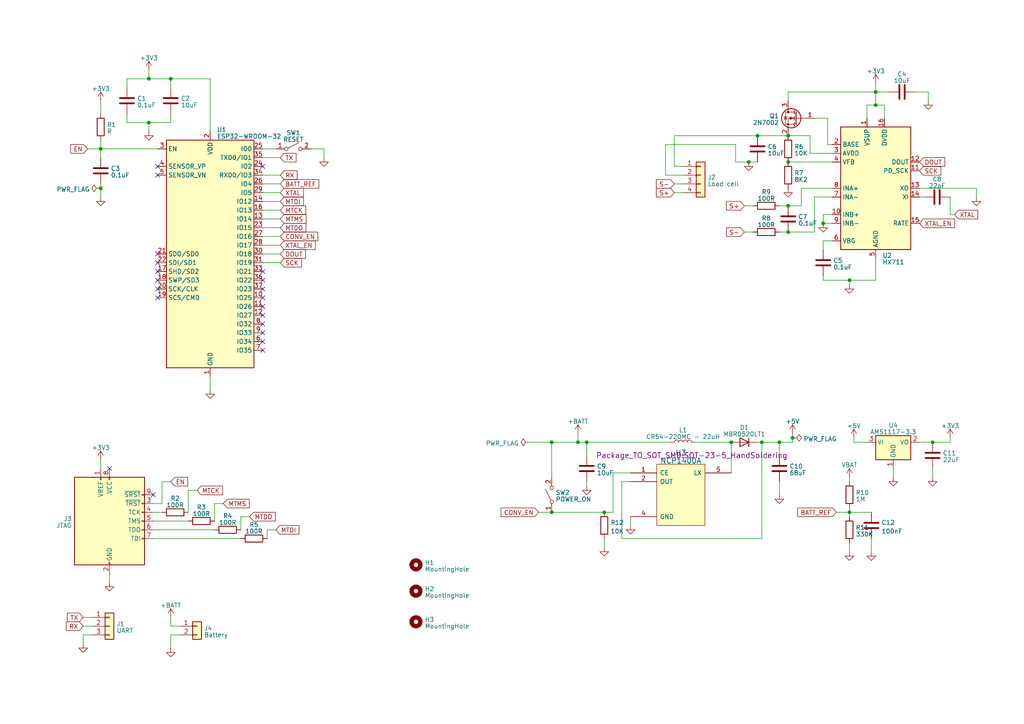
<source format=kicad_sch>
(kicad_sch (version 20230121) (generator eeschema)
  (paper "A4")
  (title_block (title "Electronic hangboard") (date "2023-05-30") (rev "1"))
  (lib_symbols
    (symbol "Analog_ADC:HX711"
      (property "Reference" "U" (at 5.08 21.59 0))
      (property "Value" "HX711" (at 7.62 19.05 0))
      (symbol "HX711_0_1"
        (rectangle (start -10.16 17.78) (end 10.16 -17.78) (stroke (width 0.254)) (fill (type background)))
      )
      (symbol "HX711_1_1"
        (pin power_in line (at -2.54 20.32 270) (length 2.54) (name "VSUP") (number "1"))
        (pin input line (at -12.7 -7.62 0) (length 2.54) (name "INB+") (number "10"))
        (pin input line (at 12.7 5.08 180) (length 2.54) (name "PD_SCK") (number "11"))
        (pin output line (at 12.7 7.62 180) (length 2.54) (name "DOUT") (number "12"))
        (pin passive line (at 12.7 0 180) (length 2.54) (name "XO") (number "13"))
        (pin passive line (at 12.7 -2.54 180) (length 2.54) (name "XI") (number "14"))
        (pin input line (at 12.7 -10.16 180) (length 2.54) (name "RATE") (number "15"))
        (pin power_in line (at 2.54 20.32 270) (length 2.54) (name "DVDD") (number "16"))
        (pin passive line (at -12.7 12.7 0) (length 2.54) (name "BASE") (number "2"))
        (pin power_in line (at -12.7 10.16 0) (length 2.54) (name "AVDD") (number "3"))
        (pin input line (at -12.7 7.62 0) (length 2.54) (name "VFB") (number "4"))
        (pin power_in line (at 0 -20.32 90) (length 2.54) (name "AGND") (number "5"))
        (pin passive line (at -12.7 -15.24 0) (length 2.54) (name "VBG") (number "6"))
        (pin input line (at -12.7 -2.54 0) (length 2.54) (name "INA-") (number "7"))
        (pin input line (at -12.7 0 0) (length 2.54) (name "INA+") (number "8"))
        (pin input line (at -12.7 -10.16 0) (length 2.54) (name "INB-") (number "9"))
      )
    )
    (symbol "Connector:AVR-JTAG-10" (pin_names (offset 1.016))
      (property "Reference" "J3" (at -10.922 0.6437 0))
      (property "Value" "JTAG" (at -10.922 -1.2773 0))
      (symbol "AVR-JTAG-10_0_1"
        (rectangle (start -2.667 12.7) (end -2.413 11.938))
        (rectangle (start -0.127 -11.938) (end 0.127 -12.7))
        (rectangle (start -0.127 12.7) (end 0.127 11.938))
        (rectangle (start 10.16 -4.953) (end 9.398 -5.207))
        (rectangle (start 10.16 -2.413) (end 9.398 -2.667))
        (rectangle (start 10.16 0.127) (end 9.398 -0.127))
        (rectangle (start 10.16 2.667) (end 9.398 2.413))
        (rectangle (start 10.16 5.207) (end 9.398 4.953))
        (rectangle (start 10.16 7.747) (end 9.398 7.493))
        (rectangle (start 10.16 12.7) (end -10.16 -12.7) (stroke (width 0.254)) (fill (type background)))
      )
      (symbol "AVR-JTAG-10_1_1"
        (pin passive line (at -2.54 15.24 270) (length 2.54) (name "VREF") (number "1"))
        (pin passive line (at 0 -15.24 90) (length 2.54) hide (name "GND") (number "10"))
        (pin passive line (at 0 -15.24 90) (length 2.54) (name "GND") (number "2"))
        (pin passive line (at 12.7 5.08 180) (length 2.54) (name "~{TRST}") (number "3"))
        (pin passive line (at 12.7 2.54 180) (length 2.54) (name "TCK") (number "4"))
        (pin passive line (at 12.7 0 180) (length 2.54) (name "TMS") (number "5"))
        (pin passive line (at 12.7 -2.54 180) (length 2.54) (name "TDO") (number "6"))
        (pin passive line (at 12.7 -5.08 180) (length 2.54) (name "TDI") (number "7"))
        (pin passive line (at 0 15.24 270) (length 2.54) (name "VCC") (number "8"))
        (pin passive line (at 12.7 7.62 180) (length 2.54) (name "~{SRST}") (number "9"))
      )
    )
    (symbol "Connector_Generic:Conn_01x02" (pin_names (offset 1.016) hide)
      (property "Reference" "J" (at 0 2.54 0))
      (property "Value" "Conn_01x02" (at 0 -5.08 0))
      (symbol "Conn_01x02_1_1"
        (rectangle (start -1.27 -2.413) (end 0 -2.667) (stroke (width 0.1524)))
        (rectangle (start -1.27 0.127) (end 0 -0.127) (stroke (width 0.1524)))
        (rectangle (start -1.27 1.27) (end 1.27 -3.81) (stroke (width 0.254)) (fill (type background)))
        (pin passive line (at -5.08 0 0) (length 3.81) (name "Pin_1") (number "1"))
        (pin passive line (at -5.08 -2.54 0) (length 3.81) (name "Pin_2") (number "2"))
      )
    )
    (symbol "Connector_Generic:Conn_01x03" (pin_names (offset 1.016) hide)
      (property "Reference" "J" (at 0 5.08 0))
      (property "Value" "Conn_01x03" (at 0 -5.08 0))
      (symbol "Conn_01x03_1_1"
        (rectangle (start -1.27 -2.413) (end 0 -2.667) (stroke (width 0.1524)))
        (rectangle (start -1.27 0.127) (end 0 -0.127) (stroke (width 0.1524)))
        (rectangle (start -1.27 2.667) (end 0 2.413) (stroke (width 0.1524)))
        (rectangle (start -1.27 3.81) (end 1.27 -3.81) (stroke (width 0.254)) (fill (type background)))
        (pin passive line (at -5.08 2.54 0) (length 3.81) (name "Pin_1") (number "1"))
        (pin passive line (at -5.08 0 0) (length 3.81) (name "Pin_2") (number "2"))
        (pin passive line (at -5.08 -2.54 0) (length 3.81) (name "Pin_3") (number "3"))
      )
    )
    (symbol "Connector_Generic:Conn_01x04" (pin_names (offset 1.016) hide)
      (property "Reference" "J" (at 0 5.08 0))
      (property "Value" "Conn_01x04" (at 0 -7.62 0))
      (symbol "Conn_01x04_1_1"
        (rectangle (start -1.27 -4.953) (end 0 -5.207) (stroke (width 0.1524)))
        (rectangle (start -1.27 -2.413) (end 0 -2.667) (stroke (width 0.1524)))
        (rectangle (start -1.27 0.127) (end 0 -0.127) (stroke (width 0.1524)))
        (rectangle (start -1.27 2.667) (end 0 2.413) (stroke (width 0.1524)))
        (rectangle (start -1.27 3.81) (end 1.27 -6.35) (stroke (width 0.254)) (fill (type background)))
        (pin passive line (at -5.08 2.54 0) (length 3.81) (name "Pin_1") (number "1"))
        (pin passive line (at -5.08 0 0) (length 3.81) (name "Pin_2") (number "2"))
        (pin passive line (at -5.08 -2.54 0) (length 3.81) (name "Pin_3") (number "3"))
        (pin passive line (at -5.08 -5.08 0) (length 3.81) (name "Pin_4") (number "4"))
      )
    )
    (symbol "Device:C" (pin_numbers hide) (pin_names (offset 0.254))
      (property "Reference" "C" (at 0.635 2.54 0))
      (property "Value" "C" (at 0.635 -2.54 0))
      (symbol "C_0_1"
        (polyline (pts (xy -2.032 -0.762) (xy 2.032 -0.762)) (stroke (width 0.508)))
        (polyline (pts (xy -2.032 0.762) (xy 2.032 0.762)) (stroke (width 0.508)))
      )
      (symbol "C_1_1"
        (pin passive line (at 0 3.81 270) (length 2.794) (name "~") (number "1"))
        (pin passive line (at 0 -3.81 90) (length 2.794) (name "~") (number "2"))
      )
    )
    (symbol "Device:D" (pin_numbers hide) (pin_names (offset 1.016) hide)
      (property "Reference" "D" (at 0 2.54 0))
      (property "Value" "D" (at 0 -2.54 0))
      (symbol "D_0_1"
        (polyline (pts (xy -1.27 1.27) (xy -1.27 -1.27)) (stroke (width 0.254)))
        (polyline (pts (xy 1.27 0) (xy -1.27 0)))
        (polyline (pts (xy 1.27 1.27) (xy 1.27 -1.27) (xy -1.27 0) (xy 1.27 1.27)) (stroke (width 0.254)))
      )
      (symbol "D_1_1"
        (pin passive line (at -3.81 0 0) (length 2.54) (name "K") (number "1"))
        (pin passive line (at 3.81 0 180) (length 2.54) (name "A") (number "2"))
      )
    )
    (symbol "Device:L" (pin_numbers hide) (pin_names (offset 1.016) hide)
      (property "Reference" "L" (at -1.27 0 90))
      (property "Value" "L" (at 1.905 0 90))
      (symbol "L_0_1"
        (arc (start 0 -2.54) (mid 0.6323 -1.905) (end 0 -1.27))
        (arc (start 0 -1.27) (mid 0.6323 -0.635) (end 0 0))
        (arc (start 0 0) (mid 0.6323 0.635) (end 0 1.27))
        (arc (start 0 1.27) (mid 0.6323 1.905) (end 0 2.54))
      )
      (symbol "L_1_1"
        (pin passive line (at 0 3.81 270) (length 1.27) (name "1") (number "1"))
        (pin passive line (at 0 -3.81 90) (length 1.27) (name "2") (number "2"))
      )
    )
    (symbol "Device:R" (pin_numbers hide) (pin_names (offset 0))
      (property "Reference" "R" (at 2.032 0 90))
      (property "Value" "R" (at 0 0 90))
      (symbol "R_0_1"
        (rectangle (start -1.016 -2.54) (end 1.016 2.54) (stroke (width 0.254)))
      )
      (symbol "R_1_1"
        (pin passive line (at 0 3.81 270) (length 1.27) (name "~") (number "1"))
        (pin passive line (at 0 -3.81 90) (length 1.27) (name "~") (number "2"))
      )
    )
    (symbol "Mechanical:MountingHole" (pin_names (offset 1.016))
      (property "Reference" "H" (at 0 5.08 0))
      (property "Value" "MountingHole" (at 0 3.175 0))
      (symbol "MountingHole_0_1"
        (circle (center 0 0) (radius 1.27) (stroke (width 1.27)))
      )
    )
    (symbol "RF_Module:ESP32-WROOM-32"
      (property "Reference" "U" (at -12.7 34.29 0))
      (property "Value" "ESP32-WROOM-32" (at 1.27 34.29 0))
      (symbol "ESP32-WROOM-32_0_1"
        (rectangle (start -12.7 33.02) (end 12.7 -33.02) (stroke (width 0.254)) (fill (type background)))
      )
      (symbol "ESP32-WROOM-32_1_1"
        (pin power_in line (at 0 -35.56 90) (length 2.54) (name "GND") (number "1"))
        (pin bidirectional line (at 15.24 -12.7 180) (length 2.54) (name "IO25") (number "10"))
        (pin bidirectional line (at 15.24 -15.24 180) (length 2.54) (name "IO26") (number "11"))
        (pin bidirectional line (at 15.24 -17.78 180) (length 2.54) (name "IO27") (number "12"))
        (pin bidirectional line (at 15.24 10.16 180) (length 2.54) (name "IO14") (number "13"))
        (pin bidirectional line (at 15.24 15.24 180) (length 2.54) (name "IO12") (number "14"))
        (pin passive line (at 0 -35.56 90) (length 2.54) hide (name "GND") (number "15"))
        (pin bidirectional line (at 15.24 12.7 180) (length 2.54) (name "IO13") (number "16"))
        (pin bidirectional line (at -15.24 -5.08 0) (length 2.54) (name "SHD/SD2") (number "17"))
        (pin bidirectional line (at -15.24 -7.62 0) (length 2.54) (name "SWP/SD3") (number "18"))
        (pin bidirectional line (at -15.24 -12.7 0) (length 2.54) (name "SCS/CMD") (number "19"))
        (pin power_in line (at 0 35.56 270) (length 2.54) (name "VDD") (number "2"))
        (pin bidirectional line (at -15.24 -10.16 0) (length 2.54) (name "SCK/CLK") (number "20"))
        (pin bidirectional line (at -15.24 0 0) (length 2.54) (name "SDO/SD0") (number "21"))
        (pin bidirectional line (at -15.24 -2.54 0) (length 2.54) (name "SDI/SD1") (number "22"))
        (pin bidirectional line (at 15.24 7.62 180) (length 2.54) (name "IO15") (number "23"))
        (pin bidirectional line (at 15.24 25.4 180) (length 2.54) (name "IO2") (number "24"))
        (pin bidirectional line (at 15.24 30.48 180) (length 2.54) (name "IO0") (number "25"))
        (pin bidirectional line (at 15.24 20.32 180) (length 2.54) (name "IO4") (number "26"))
        (pin bidirectional line (at 15.24 5.08 180) (length 2.54) (name "IO16") (number "27"))
        (pin bidirectional line (at 15.24 2.54 180) (length 2.54) (name "IO17") (number "28"))
        (pin bidirectional line (at 15.24 17.78 180) (length 2.54) (name "IO5") (number "29"))
        (pin input line (at -15.24 30.48 0) (length 2.54) (name "EN") (number "3"))
        (pin bidirectional line (at 15.24 0 180) (length 2.54) (name "IO18") (number "30"))
        (pin bidirectional line (at 15.24 -2.54 180) (length 2.54) (name "IO19") (number "31"))
        (pin no_connect line (at -12.7 -27.94 0) (length 2.54) hide (name "NC") (number "32"))
        (pin bidirectional line (at 15.24 -5.08 180) (length 2.54) (name "IO21") (number "33"))
        (pin bidirectional line (at 15.24 22.86 180) (length 2.54) (name "RXD0/IO3") (number "34"))
        (pin bidirectional line (at 15.24 27.94 180) (length 2.54) (name "TXD0/IO1") (number "35"))
        (pin bidirectional line (at 15.24 -7.62 180) (length 2.54) (name "IO22") (number "36"))
        (pin bidirectional line (at 15.24 -10.16 180) (length 2.54) (name "IO23") (number "37"))
        (pin passive line (at 0 -35.56 90) (length 2.54) hide (name "GND") (number "38"))
        (pin passive line (at 0 -35.56 90) (length 2.54) hide (name "GND") (number "39"))
        (pin input line (at -15.24 25.4 0) (length 2.54) (name "SENSOR_VP") (number "4"))
        (pin input line (at -15.24 22.86 0) (length 2.54) (name "SENSOR_VN") (number "5"))
        (pin input line (at 15.24 -25.4 180) (length 2.54) (name "IO34") (number "6"))
        (pin input line (at 15.24 -27.94 180) (length 2.54) (name "IO35") (number "7"))
        (pin bidirectional line (at 15.24 -20.32 180) (length 2.54) (name "IO32") (number "8"))
        (pin bidirectional line (at 15.24 -22.86 180) (length 2.54) (name "IO33") (number "9"))
      )
    )
    (symbol "Regulator_Linear:AMS1117-3.3"
      (property "Reference" "U" (at -3.81 3.175 0))
      (property "Value" "AMS1117-3.3" (at 0 3.175 0))
      (symbol "AMS1117-3.3_0_1"
        (rectangle (start -5.08 -5.08) (end 5.08 1.905) (stroke (width 0.254)) (fill (type background)))
      )
      (symbol "AMS1117-3.3_1_1"
        (pin power_in line (at 0 -7.62 90) (length 2.54) (name "GND") (number "1"))
        (pin power_out line (at 7.62 0 180) (length 2.54) (name "VO") (number "2"))
        (pin power_in line (at -7.62 0 0) (length 2.54) (name "VI") (number "3"))
      )
    )
    (symbol "Switch:SW_SPST" (pin_names (offset 0) hide)
      (property "Reference" "SW" (at 0 3.175 0))
      (property "Value" "SW_SPST" (at 0 -2.54 0))
      (symbol "SW_SPST_0_0"
        (circle (center -2.032 0) (radius 0.508))
        (polyline (pts (xy -1.524 0.254) (xy 1.524 1.778)))
        (circle (center 2.032 0) (radius 0.508))
      )
      (symbol "SW_SPST_1_1"
        (pin passive line (at -5.08 0 0) (length 2.54) (name "A") (number "1"))
        (pin passive line (at 5.08 0 180) (length 2.54) (name "B") (number "2"))
      )
    )
    (symbol "Transistor_FET:2N7002" (pin_names hide)
      (property "Reference" "Q" (at 5.08 1.905 0))
      (property "Value" "2N7002" (at 5.08 0 0))
      (symbol "2N7002_0_1"
        (polyline (pts (xy 0.254 0) (xy -2.54 0)))
        (polyline (pts (xy 0.254 1.905) (xy 0.254 -1.905)) (stroke (width 0.254)))
        (polyline (pts (xy 0.762 -1.27) (xy 0.762 -2.286)) (stroke (width 0.254)))
        (polyline (pts (xy 0.762 0.508) (xy 0.762 -0.508)) (stroke (width 0.254)))
        (polyline (pts (xy 0.762 2.286) (xy 0.762 1.27)) (stroke (width 0.254)))
        (polyline (pts (xy 2.54 2.54) (xy 2.54 1.778)))
        (polyline (pts (xy 2.54 -2.54) (xy 2.54 0) (xy 0.762 0)))
        (polyline (pts (xy 0.762 -1.778) (xy 3.302 -1.778) (xy 3.302 1.778) (xy 0.762 1.778)))
        (polyline (pts (xy 1.016 0) (xy 2.032 0.381) (xy 2.032 -0.381) (xy 1.016 0)) (fill (type outline)))
        (polyline (pts (xy 2.794 0.508) (xy 2.921 0.381) (xy 3.683 0.381) (xy 3.81 0.254)))
        (polyline (pts (xy 3.302 0.381) (xy 2.921 -0.254) (xy 3.683 -0.254) (xy 3.302 0.381)))
        (circle (center 1.651 0) (radius 2.794) (stroke (width 0.254)))
        (circle (center 2.54 -1.778) (radius 0.254) (fill (type outline)))
        (circle (center 2.54 1.778) (radius 0.254) (fill (type outline)))
      )
      (symbol "2N7002_1_1"
        (pin input line (at -5.08 0 0) (length 2.54) (name "G") (number "1"))
        (pin passive line (at 2.54 -5.08 90) (length 2.54) (name "S") (number "2"))
        (pin passive line (at 2.54 5.08 270) (length 2.54) (name "D") (number "3"))
      )
    )
    (symbol "ncp1400a:NCP1400A" (pin_names (offset 1.016))
      (property "Reference" "U" (at -6.35 3.81 0))
      (property "Value" "NCP1400A" (at 1.27 -16.51 0))
      (symbol "NCP1400A_0_1"
        (rectangle (start -7.62 2.54) (end 6.35 -15.24) (fill (type background)))
      )
      (symbol "NCP1400A_1_1"
        (pin input line (at -15.24 0 0) (length 7.493) (name "CE") (number "1"))
        (pin input line (at -15.24 -2.54 0) (length 7.493) (name "OUT") (number "2"))
        (pin input line (at -15.24 -12.7 0) (length 7.493) (name "GND") (number "4"))
        (pin input line (at 13.97 0 180) (length 7.493) (name "LX") (number "5"))
      )
    )
    (symbol "pkl_power:VBAT" (power) (pin_names (offset 0))
      (property "Value" "VBAT" (at 0 3.556 0))
      (symbol "VBAT_0_1"
        (polyline (pts (xy -0.762 1.27) (xy 0 2.54)))
        (polyline (pts (xy 0 0) (xy 0 2.54)))
        (polyline (pts (xy 0 2.54) (xy 0.762 1.27)))
      )
      (symbol "VBAT_1_1"
        (pin power_in line (at 0 0 90) (length 0) hide (name "VBAT") (number "1"))
      )
    )
    (symbol "power:+3V3" (power) (pin_names (offset 0))
      (property "Value" "+3V3" (at 0 3.556 0))
      (symbol "+3V3_0_1"
        (polyline (pts (xy -0.762 1.27) (xy 0 2.54)))
        (polyline (pts (xy 0 0) (xy 0 2.54)))
        (polyline (pts (xy 0 2.54) (xy 0.762 1.27)))
      )
      (symbol "+3V3_1_1"
        (pin power_in line (at 0 0 90) (length 0) hide (name "+3V3") (number "1"))
      )
    )
    (symbol "power:+5V" (power) (pin_names (offset 0))
      (property "Value" "+5V" (at 0 3.556 0))
      (symbol "+5V_0_1"
        (polyline (pts (xy -0.762 1.27) (xy 0 2.54)))
        (polyline (pts (xy 0 0) (xy 0 2.54)))
        (polyline (pts (xy 0 2.54) (xy 0.762 1.27)))
      )
      (symbol "+5V_1_1"
        (pin power_in line (at 0 0 90) (length 0) hide (name "+5V") (number "1"))
      )
    )
    (symbol "power:+BATT" (power) (pin_names (offset 0))
      (property "Value" "+BATT" (at 0 3.556 0))
      (symbol "+BATT_0_1"
        (polyline (pts (xy -0.762 1.27) (xy 0 2.54)))
        (polyline (pts (xy 0 0) (xy 0 2.54)))
        (polyline (pts (xy 0 2.54) (xy 0.762 1.27)))
      )
      (symbol "+BATT_1_1"
        (pin power_in line (at 0 0 90) (length 0) hide (name "+BATT") (number "1"))
      )
    )
    (symbol "power:GND" (power) (pin_names (offset 0))
      (property "Value" "GND" (at 0 -3.81 0))
      (symbol "GND_0_1"
        (polyline (pts (xy 0 0) (xy 0 -1.27) (xy 1.27 -1.27) (xy 0 -2.54) (xy -1.27 -1.27) (xy 0 -1.27)))
      )
      (symbol "GND_1_1"
        (pin power_in line (at 0 0 270) (length 0) hide (name "GND") (number "1"))
      )
    )
    (symbol "power:PWR_FLAG" (power) (pin_numbers hide) (pin_names (offset 0) hide)
      (property "Value" "PWR_FLAG" (at 0 3.81 0))
      (symbol "PWR_FLAG_0_0"
        (pin power_out line (at 0 0 90) (length 0) (name "pwr") (number "1"))
      )
      (symbol "PWR_FLAG_0_1"
        (polyline (pts (xy 0 0) (xy 0 1.27) (xy -1.016 1.905) (xy 0 2.54) (xy 1.016 1.905) (xy 0 1.27)))
      )
    )
  )
  (junction (at 220.98 128.27))
  (junction (at 228.6 59.69))
  (junction (at 246.38 81.28))
  (junction (at 270.51 128.27))
  (junction (at 246.38 148.59))
  (junction (at 238.76 64.77))
  (junction (at 219.71 39.37))
  (junction (at 160.02 128.27))
  (junction (at 170.18 128.27))
  (junction (at 49.53 22.86))
  (junction (at 228.6 39.37))
  (junction (at 43.18 35.56))
  (junction (at 29.21 54.61))
  (junction (at 175.26 148.59))
  (junction (at 228.6 46.99))
  (junction (at 43.18 22.86))
  (junction (at 254 26.67))
  (junction (at 167.64 128.27))
  (junction (at 254 30.48))
  (junction (at 229.87 127))
  (junction (at 212.09 128.27))
  (junction (at 228.6 67.31))
  (junction (at 29.21 43.18))
  (junction (at 217.17 46.99))
  (junction (at 226.06 128.27))
  (junction (at 160.02 148.59))
  (no_connect (at 76.2 96.52))
  (no_connect (at 31.75 135.89))
  (no_connect (at 45.72 76.2))
  (no_connect (at 76.2 101.6))
  (no_connect (at 76.2 81.28))
  (no_connect (at 76.2 83.82))
  (no_connect (at 45.72 83.82))
  (no_connect (at 76.2 48.26))
  (no_connect (at 76.2 93.98))
  (no_connect (at 45.72 48.26))
  (no_connect (at 45.72 78.74))
  (no_connect (at 45.72 73.66))
  (no_connect (at 45.72 81.28))
  (no_connect (at 45.72 50.8))
  (no_connect (at 76.2 86.36))
  (no_connect (at 76.2 88.9))
  (no_connect (at 44.45 143.51))
  (no_connect (at 76.2 78.74))
  (no_connect (at 76.2 99.06))
  (no_connect (at 45.72 86.36))
  (no_connect (at 76.2 91.44))
  (wire (pts (xy 44.45 153.67) (xy 62.23 153.67)))
  (wire (pts (xy 254 26.67) (xy 257.81 26.67)))
  (wire (pts (xy 251.46 30.48) (xy 254 30.48)))
  (wire (pts (xy 213.36 41.91) (xy 213.36 46.99)))
  (wire (pts (xy 254 30.48) (xy 254 26.67)))
  (wire (pts (xy 213.36 46.99) (xy 217.17 46.99)))
  (wire (pts (xy 247.65 128.27) (xy 251.46 128.27)))
  (wire (pts (xy 194.31 128.27) (xy 170.18 128.27)))
  (wire (pts (xy 238.76 81.28) (xy 246.38 81.28)))
  (wire (pts (xy 228.6 26.67) (xy 254 26.67)))
  (wire (pts (xy 215.9 67.31) (xy 218.44 67.31)))
  (wire (pts (xy 44.45 151.13) (xy 54.61 151.13)))
  (wire (pts (xy 49.53 179.07) (xy 49.53 181.61)))
  (wire (pts (xy 180.34 139.7) (xy 182.88 139.7)))
  (wire (pts (xy 49.53 22.86) (xy 43.18 22.86)))
  (wire (pts (xy 254 26.67) (xy 254 24.13)))
  (wire (pts (xy 46.99 146.05) (xy 44.45 146.05)))
  (wire (pts (xy 228.6 29.21) (xy 228.6 26.67)))
  (wire (pts (xy 160.02 128.27) (xy 160.02 138.43)))
  (wire (pts (xy 76.2 53.34) (xy 81.28 53.34)))
  (wire (pts (xy 46.99 139.7) (xy 46.99 146.05)))
  (wire (pts (xy 57.15 142.24) (xy 54.61 142.24)))
  (wire (pts (xy 76.2 60.96) (xy 81.28 60.96)))
  (wire (pts (xy 246.38 138.43) (xy 246.38 139.7)))
  (wire (pts (xy 44.45 148.59) (xy 46.99 148.59)))
  (wire (pts (xy 177.8 137.16) (xy 182.88 137.16)))
  (wire (pts (xy 219.71 39.37) (xy 228.6 39.37)))
  (wire (pts (xy 226.06 132.08) (xy 226.06 128.27)))
  (wire (pts (xy 49.53 184.15) (xy 52.07 184.15)))
  (wire (pts (xy 60.96 22.86) (xy 49.53 22.86)))
  (wire (pts (xy 167.64 128.27) (xy 170.18 128.27)))
  (wire (pts (xy 228.6 67.31) (xy 226.06 67.31)))
  (wire (pts (xy 64.77 146.05) (xy 62.23 146.05)))
  (wire (pts (xy 49.53 187.96) (xy 49.53 184.15)))
  (wire (pts (xy 24.13 184.15) (xy 24.13 186.69)))
  (wire (pts (xy 49.53 181.61) (xy 52.07 181.61)))
  (wire (pts (xy 234.95 39.37) (xy 234.95 44.45)))
  (wire (pts (xy 259.08 135.89) (xy 259.08 138.43)))
  (wire (pts (xy 238.76 62.23) (xy 238.76 64.77)))
  (wire (pts (xy 36.83 22.86) (xy 43.18 22.86)))
  (wire (pts (xy 76.2 43.18) (xy 80.01 43.18)))
  (wire (pts (xy 76.2 68.58) (xy 81.28 68.58)))
  (wire (pts (xy 269.24 26.67) (xy 269.24 29.21)))
  (wire (pts (xy 54.61 142.24) (xy 54.61 148.59)))
  (wire (pts (xy 241.3 57.15) (xy 236.22 57.15)))
  (wire (pts (xy 226.06 128.27) (xy 220.98 128.27)))
  (wire (pts (xy 31.75 166.37) (xy 31.75 168.91)))
  (wire (pts (xy 220.98 128.27) (xy 219.71 128.27)))
  (wire (pts (xy 93.98 43.18) (xy 93.98 45.72)))
  (wire (pts (xy 36.83 33.02) (xy 36.83 35.56)))
  (wire (pts (xy 229.87 128.27) (xy 226.06 128.27)))
  (wire (pts (xy 240.03 41.91) (xy 241.3 41.91)))
  (wire (pts (xy 76.2 45.72) (xy 81.28 45.72)))
  (wire (pts (xy 76.2 55.88) (xy 81.28 55.88)))
  (wire (pts (xy 29.21 54.61) (xy 29.21 57.15)))
  (wire (pts (xy 36.83 25.4) (xy 36.83 22.86)))
  (wire (pts (xy 195.58 53.34) (xy 198.12 53.34)))
  (wire (pts (xy 254 81.28) (xy 254 74.93)))
  (wire (pts (xy 76.2 71.12) (xy 81.28 71.12)))
  (wire (pts (xy 275.59 128.27) (xy 270.51 128.27)))
  (wire (pts (xy 24.13 181.61) (xy 26.67 181.61)))
  (wire (pts (xy 220.98 156.21) (xy 220.98 128.27)))
  (wire (pts (xy 238.76 69.85) (xy 238.76 72.39)))
  (wire (pts (xy 236.22 67.31) (xy 228.6 67.31)))
  (wire (pts (xy 246.38 148.59) (xy 246.38 149.86)))
  (wire (pts (xy 275.59 127) (xy 275.59 128.27)))
  (wire (pts (xy 26.67 184.15) (xy 24.13 184.15)))
  (wire (pts (xy 62.23 146.05) (xy 62.23 151.13)))
  (wire (pts (xy 229.87 127) (xy 229.87 128.27)))
  (wire (pts (xy 29.21 29.21) (xy 29.21 33.02)))
  (wire (pts (xy 170.18 128.27) (xy 170.18 132.08)))
  (wire (pts (xy 160.02 128.27) (xy 167.64 128.27)))
  (wire (pts (xy 44.45 156.21) (xy 69.85 156.21)))
  (wire (pts (xy 251.46 34.29) (xy 251.46 30.48)))
  (wire (pts (xy 228.6 46.99) (xy 241.3 46.99)))
  (wire (pts (xy 80.01 153.67) (xy 77.47 153.67)))
  (wire (pts (xy 266.7 57.15) (xy 267.97 57.15)))
  (wire (pts (xy 246.38 81.28) (xy 254 81.28)))
  (wire (pts (xy 232.41 54.61) (xy 232.41 59.69)))
  (wire (pts (xy 228.6 39.37) (xy 234.95 39.37)))
  (wire (pts (xy 45.72 43.18) (xy 29.21 43.18)))
  (wire (pts (xy 195.58 39.37) (xy 195.58 48.26)))
  (wire (pts (xy 24.13 179.07) (xy 26.67 179.07)))
  (wire (pts (xy 256.54 34.29) (xy 256.54 30.48)))
  (wire (pts (xy 234.95 44.45) (xy 241.3 44.45)))
  (wire (pts (xy 156.21 148.59) (xy 160.02 148.59)))
  (wire (pts (xy 193.04 41.91) (xy 193.04 50.8)))
  (wire (pts (xy 193.04 50.8) (xy 198.12 50.8)))
  (wire (pts (xy 212.09 128.27) (xy 212.09 137.16)))
  (wire (pts (xy 177.8 137.16) (xy 177.8 148.59)))
  (wire (pts (xy 226.06 139.7) (xy 226.06 143.51)))
  (wire (pts (xy 238.76 80.01) (xy 238.76 81.28)))
  (wire (pts (xy 229.87 125.73) (xy 229.87 127)))
  (wire (pts (xy 29.21 53.34) (xy 29.21 54.61)))
  (wire (pts (xy 49.53 139.7) (xy 46.99 139.7)))
  (wire (pts (xy 175.26 156.21) (xy 175.26 158.75)))
  (wire (pts (xy 236.22 57.15) (xy 236.22 67.31)))
  (wire (pts (xy 76.2 63.5) (xy 81.28 63.5)))
  (wire (pts (xy 241.3 62.23) (xy 238.76 62.23)))
  (wire (pts (xy 167.64 125.73) (xy 167.64 128.27)))
  (wire (pts (xy 195.58 48.26) (xy 198.12 48.26)))
  (wire (pts (xy 76.2 50.8) (xy 81.28 50.8)))
  (wire (pts (xy 213.36 41.91) (xy 193.04 41.91)))
  (wire (pts (xy 77.47 153.67) (xy 77.47 156.21)))
  (wire (pts (xy 90.17 43.18) (xy 93.98 43.18)))
  (wire (pts (xy 226.06 59.69) (xy 228.6 59.69)))
  (wire (pts (xy 252.73 160.02) (xy 252.73 156.21)))
  (wire (pts (xy 43.18 22.86) (xy 43.18 20.32)))
  (wire (pts (xy 43.18 35.56) (xy 43.18 38.1)))
  (wire (pts (xy 49.53 35.56) (xy 43.18 35.56)))
  (wire (pts (xy 60.96 22.86) (xy 60.96 38.1)))
  (wire (pts (xy 175.26 148.59) (xy 177.8 148.59)))
  (wire (pts (xy 265.43 26.67) (xy 269.24 26.67)))
  (wire (pts (xy 72.39 149.86) (xy 69.85 149.86)))
  (wire (pts (xy 49.53 25.4) (xy 49.53 22.86)))
  (wire (pts (xy 217.17 46.99) (xy 219.71 46.99)))
  (wire (pts (xy 246.38 82.55) (xy 246.38 81.28)))
  (wire (pts (xy 29.21 43.18) (xy 29.21 40.64)))
  (wire (pts (xy 238.76 64.77) (xy 241.3 64.77)))
  (wire (pts (xy 76.2 58.42) (xy 81.28 58.42)))
  (wire (pts (xy 256.54 30.48) (xy 254 30.48)))
  (wire (pts (xy 170.18 139.7) (xy 170.18 140.97)))
  (wire (pts (xy 180.34 139.7) (xy 180.34 156.21)))
  (wire (pts (xy 195.58 55.88) (xy 198.12 55.88)))
  (wire (pts (xy 76.2 66.04) (xy 81.28 66.04)))
  (wire (pts (xy 29.21 43.18) (xy 29.21 45.72)))
  (wire (pts (xy 283.21 57.15) (xy 283.21 54.61)))
  (wire (pts (xy 201.93 128.27) (xy 212.09 128.27)))
  (wire (pts (xy 195.58 39.37) (xy 219.71 39.37)))
  (wire (pts (xy 182.88 149.86) (xy 182.88 152.4)))
  (wire (pts (xy 25.4 43.18) (xy 29.21 43.18)))
  (wire (pts (xy 69.85 149.86) (xy 69.85 153.67)))
  (wire (pts (xy 270.51 135.89) (xy 270.51 138.43)))
  (wire (pts (xy 236.22 34.29) (xy 240.03 34.29)))
  (wire (pts (xy 160.02 148.59) (xy 175.26 148.59)))
  (wire (pts (xy 215.9 59.69) (xy 218.44 59.69)))
  (wire (pts (xy 232.41 59.69) (xy 228.6 59.69)))
  (wire (pts (xy 275.59 62.23) (xy 276.86 62.23)))
  (wire (pts (xy 246.38 147.32) (xy 246.38 148.59)))
  (wire (pts (xy 283.21 54.61) (xy 266.7 54.61)))
  (wire (pts (xy 76.2 73.66) (xy 81.28 73.66)))
  (wire (pts (xy 76.2 76.2) (xy 81.28 76.2)))
  (wire (pts (xy 246.38 157.48) (xy 246.38 160.02)))
  (wire (pts (xy 240.03 34.29) (xy 240.03 41.91)))
  (wire (pts (xy 36.83 35.56) (xy 43.18 35.56)))
  (wire (pts (xy 246.38 148.59) (xy 252.73 148.59)))
  (wire (pts (xy 275.59 57.15) (xy 275.59 62.23)))
  (wire (pts (xy 49.53 33.02) (xy 49.53 35.56)))
  (wire (pts (xy 180.34 156.21) (xy 220.98 156.21)))
  (wire (pts (xy 153.67 128.27) (xy 160.02 128.27)))
  (wire (pts (xy 241.3 54.61) (xy 232.41 54.61)))
  (wire (pts (xy 242.57 148.59) (xy 246.38 148.59)))
  (wire (pts (xy 241.3 69.85) (xy 238.76 69.85)))
  (wire (pts (xy 60.96 109.22) (xy 60.96 113.03)))
  (wire (pts (xy 266.7 128.27) (xy 270.51 128.27)))
  (wire (pts (xy 247.65 127) (xy 247.65 128.27)))
  (wire (pts (xy 29.21 133.35) (xy 29.21 135.89)))
  (global_label "EN" (shape input) (at 25.4 43.18 180) (property "Intersheetrefs" "${INTERSHEET_REFS}" (effects hide)))
  (global_label "XTAL" (shape input) (at 81.28 55.88 0) (property "Intersheetrefs" "${INTERSHEET_REFS}" (effects hide)))
  (global_label "MTMS" (shape input) (at 81.28 63.5 0) (property "Intersheetrefs" "${INTERSHEET_REFS}" (effects hide)))
  (global_label "MTDI" (shape input) (at 80.01 153.67 0) (property "Intersheetrefs" "${INTERSHEET_REFS}" (effects hide)))
  (global_label "RX" (shape input) (at 24.13 181.61 180) (property "Intersheetrefs" "${INTERSHEET_REFS}" (effects hide)))
  (global_label "BATT_REF" (shape input) (at 81.28 53.34 0) (property "Intersheetrefs" "${INTERSHEET_REFS}" (effects hide)))
  (global_label "MTCK" (shape input) (at 81.28 60.96 0) (property "Intersheetrefs" "${INTERSHEET_REFS}" (effects hide)))
  (global_label "XTAL" (shape input) (at 276.86 62.23 0) (property "Intersheetrefs" "${INTERSHEET_REFS}" (effects hide)))
  (global_label "DOUT" (shape input) (at 81.28 73.66 0) (property "Intersheetrefs" "${INTERSHEET_REFS}" (effects hide)))
  (global_label "MTDI" (shape input) (at 81.28 58.42 0) (property "Intersheetrefs" "${INTERSHEET_REFS}" (effects hide)))
  (global_label "CONV_EN" (shape input) (at 156.21 148.59 180) (property "Intersheetrefs" "${INTERSHEET_REFS}" (effects hide)))
  (global_label "SCK" (shape input) (at 81.28 76.2 0) (property "Intersheetrefs" "${INTERSHEET_REFS}" (effects hide)))
  (global_label "XTAL_EN" (shape input) (at 266.7 64.77 0) (property "Intersheetrefs" "${INTERSHEET_REFS}" (effects hide)))
  (global_label "S-" (shape input) (at 215.9 67.31 180) (property "Intersheetrefs" "${INTERSHEET_REFS}" (effects hide)))
  (global_label "S+" (shape input) (at 215.9 59.69 180) (property "Intersheetrefs" "${INTERSHEET_REFS}" (effects hide)))
  (global_label "BATT_REF" (shape input) (at 242.57 148.59 180) (property "Intersheetrefs" "${INTERSHEET_REFS}" (effects hide)))
  (global_label "TX" (shape input) (at 81.28 45.72 0) (property "Intersheetrefs" "${INTERSHEET_REFS}" (effects hide)))
  (global_label "DOUT" (shape input) (at 266.7 46.99 0) (property "Intersheetrefs" "${INTERSHEET_REFS}" (effects hide)))
  (global_label "CONV_EN" (shape input) (at 81.28 68.58 0) (property "Intersheetrefs" "${INTERSHEET_REFS}" (effects hide)))
  (global_label "MTDO" (shape input) (at 81.28 66.04 0) (property "Intersheetrefs" "${INTERSHEET_REFS}" (effects hide)))
  (global_label "XTAL_EN" (shape input) (at 81.28 71.12 0) (property "Intersheetrefs" "${INTERSHEET_REFS}" (effects hide)))
  (global_label "MTDO" (shape input) (at 72.39 149.86 0) (property "Intersheetrefs" "${INTERSHEET_REFS}" (effects hide)))
  (global_label "S-" (shape input) (at 195.58 53.34 180) (property "Intersheetrefs" "${INTERSHEET_REFS}" (effects hide)))
  (global_label "EN" (shape input) (at 49.53 139.7 0) (property "Intersheetrefs" "${INTERSHEET_REFS}" (effects hide)))
  (global_label "SCK" (shape input) (at 266.7 49.53 0) (property "Intersheetrefs" "${INTERSHEET_REFS}" (effects hide)))
  (global_label "MTMS" (shape input) (at 64.77 146.05 0) (property "Intersheetrefs" "${INTERSHEET_REFS}" (effects hide)))
  (global_label "RX" (shape input) (at 81.28 50.8 0) (property "Intersheetrefs" "${INTERSHEET_REFS}" (effects hide)))
  (global_label "TX" (shape input) (at 24.13 179.07 180) (property "Intersheetrefs" "${INTERSHEET_REFS}" (effects hide)))
  (global_label "S+" (shape input) (at 195.58 55.88 180) (property "Intersheetrefs" "${INTERSHEET_REFS}" (effects hide)))
  (global_label "MTCK" (shape input) (at 57.15 142.24 0) (property "Intersheetrefs" "${INTERSHEET_REFS}" (effects hide)))
  (symbol (lib_id "power:GND") (at 60.96 113.03 0) (unit 1)
    (property "Reference" "#PWR02" (effects hide))
    (property "Value" "GND" (effects hide))
  )
  (symbol (lib_id "power:+5V") (at 247.65 127 0) (unit 1)
    (property "Reference" "#PWR022" (effects hide))
    (property "Value" "+5V" (at 247.65 123.4981 0))
  )
  (symbol (lib_id "power:GND") (at 217.17 46.99 0) (unit 1)
    (property "Reference" "#PWR012" (effects hide))
    (property "Value" "GND" (effects hide))
  )
  (symbol (lib_id "power:GND") (at 49.53 187.96 0) (unit 1)
    (property "Reference" "#PWR027" (effects hide))
    (property "Value" "GND" (effects hide))
  )
  (symbol (lib_id "Connector:AVR-JTAG-10") (at 31.75 151.13 0) (unit 1)
    (property "Reference" "J3" (at 20.828 150.4863 0) (effects (justify right)))
    (property "Value" "JTAG" (at 20.828 152.4073 0) (effects (justify right)))
    (property "Footprint" "Connector_PinHeader_2.54mm:PinHeader_1x07_P2.54mm_Vertical" (effects hide))
    (property "Datasheet" " ~" (effects hide))
  )
  (symbol (lib_id "power:GND") (at 175.26 158.75 0) (unit 1)
    (property "Reference" "#PWR031" (effects hide))
    (property "Value" "GND" (effects hide))
  )
  (symbol (lib_id "Device:C") (at 49.53 29.21 0) (unit 1)
    (property "Reference" "C2" (at 52.451 28.5663 0) (effects (justify left)))
    (property "Value" "10uF" (at 52.451 30.4873 0) (effects (justify left)))
    (property "Footprint" "Capacitor_SMD:C_1206_3216Metric_Pad1.33x1.80mm_HandSolder" (effects hide))
  )
  (symbol (lib_id "Connector_Generic:Conn_01x03") (at 31.75 181.61 0) (unit 1)
    (property "Reference" "J1" (at 33.782 180.9663 0) (effects (justify left)))
    (property "Value" "UART" (at 33.782 182.8873 0) (effects (justify left)))
    (property "Footprint" "Connector_PinHeader_2.54mm:PinHeader_1x03_P2.54mm_Vertical" (effects hide))
  )
  (symbol (lib_id "Device:R") (at 222.25 59.69 90) (unit 1)
    (property "Reference" "R9" (at 222.25 55.6641 90))
    (property "Value" "100R" (at 222.25 57.5851 90))
    (property "Footprint" "Resistor_SMD:R_1206_3216Metric_Pad1.30x1.75mm_HandSolder" (effects hide))
  )
  (symbol (lib_id "power:GND") (at 252.73 160.02 0) (unit 1)
    (property "Reference" "#PWR030" (effects hide))
    (property "Value" "GND" (effects hide))
  )
  (symbol (lib_id "Device:C") (at 170.18 135.89 180) (unit 1)
    (property "Reference" "C9" (at 173.101 135.2463 0) (effects (justify right)))
    (property "Value" "10uF" (at 173.101 137.1673 0) (effects (justify right)))
    (property "Footprint" "Capacitor_SMD:C_1206_3216Metric_Pad1.33x1.80mm_HandSolder" (effects hide))
  )
  (symbol (lib_id "ncp1400a:NCP1400A") (at 198.12 137.16 0) (unit 1)
    (property "Reference" "U3" (at 197.485 131.3639 0) (effects (font (size 1.524 1.524))))
    (property "Value" "NCP1400A" (at 197.485 133.6181 0) (effects (font (size 1.524 1.524))))
    (property "Footprint" "Package_TO_SOT_SMD:SOT-23-5_HandSoldering" (at 200.66 132.08 0) (effects (font (size 1.524 1.524))))
  )
  (symbol (lib_id "power:GND") (at 246.38 160.02 0) (unit 1)
    (property "Reference" "#PWR029" (effects hide))
    (property "Value" "GND" (effects hide))
  )
  (symbol (lib_id "power:PWR_FLAG") (at 153.67 128.27 90) (unit 1)
    (property "Reference" "#FLG01" (effects hide))
    (property "Value" "PWR_FLAG" (at 150.4951 128.5868 90) (effects (justify left)))
  )
  (symbol (lib_id "power:PWR_FLAG") (at 29.21 54.61 90) (unit 1)
    (property "Reference" "#FLG02" (effects hide))
    (property "Value" "PWR_FLAG" (at 26.0351 54.9268 90) (effects (justify left)))
  )
  (symbol (lib_id "power:GND") (at 270.51 138.43 0) (unit 1)
    (property "Reference" "#PWR024" (effects hide))
    (property "Value" "GND" (effects hide))
  )
  (symbol (lib_id "Device:R") (at 29.21 36.83 0) (unit 1)
    (property "Reference" "R1" (at 30.988 36.1863 0) (effects (justify left)))
    (property "Value" "R" (at 30.988 38.1073 0) (effects (justify left)))
    (property "Footprint" "Resistor_SMD:R_1206_3216Metric_Pad1.30x1.75mm_HandSolder" (effects hide))
  )
  (symbol (lib_id "Device:R") (at 73.66 156.21 90) (unit 1)
    (property "Reference" "R5" (at 73.66 152.1841 90))
    (property "Value" "100R" (at 73.66 154.1051 90))
    (property "Footprint" "Resistor_SMD:R_1206_3216Metric_Pad1.30x1.75mm_HandSolder" (effects hide))
  )
  (symbol (lib_id "Device:R") (at 50.8 148.59 90) (unit 1)
    (property "Reference" "R2" (at 50.8 144.5641 90))
    (property "Value" "100R" (at 50.8 146.4851 90))
    (property "Footprint" "Resistor_SMD:R_1206_3216Metric_Pad1.30x1.75mm_HandSolder" (effects hide))
  )
  (symbol (lib_id "pkl_power:VBAT") (at 246.38 138.43 0) (unit 1)
    (property "Reference" "#PWR028" (effects hide))
    (property "Value" "VBAT" (at 246.38 134.8542 0))
  )
  (symbol (lib_id "Device:L") (at 198.12 128.27 90) (unit 1)
    (property "Reference" "L1" (at 198.12 124.7547 90))
    (property "Value" "CR54−220MC - 22uH" (at 198.12 126.6757 90))
    (property "Footprint" "Inductor_SMD:L_Bourns_SRP7028A_7.3x6.6mm" (effects hide))
  )
  (symbol (lib_id "Connector_Generic:Conn_01x02") (at 57.15 181.61 0) (unit 1)
    (property "Reference" "J4" (at 59.182 182.2363 0) (effects (justify left)))
    (property "Value" "Battery" (at 59.182 184.1573 0) (effects (justify left)))
    (property "Footprint" "Connector_Wire:SolderWire-0.1sqmm_1x02_P3.6mm_D0.4mm_OD1mm" (effects hide))
  )
  (symbol (lib_id "power:GND") (at 170.18 140.97 0) (unit 1)
    (property "Reference" "#PWR018" (effects hide))
    (property "Value" "GND" (effects hide))
  )
  (symbol (lib_id "power:GND") (at 29.21 57.15 0) (unit 1)
    (property "Reference" "#PWR04" (effects hide))
    (property "Value" "GND" (effects hide))
  )
  (symbol (lib_id "Switch:SW_SPST") (at 85.09 43.18 0) (unit 1)
    (property "Reference" "SW1" (at 85.09 38.5191 0))
    (property "Value" "RESET" (at 85.09 40.4401 0))
    (property "Footprint" "Button_Switch_SMD:SW_Push_1P1T_NO_6x6mm_H9.5mm" (effects hide))
  )
  (symbol (lib_id "Connector_Generic:Conn_01x04") (at 203.2 50.8 0) (unit 1)
    (property "Reference" "J2" (at 205.232 51.4263 0) (effects (justify left)))
    (property "Value" "Load cell" (at 205.232 53.3473 0) (effects (justify left)))
    (property "Footprint" "Connector_Wire:SolderWire-0.1sqmm_1x04_P3.6mm_D0.4mm_OD1mm_Relief" (effects hide))
  )
  (symbol (lib_id "Device:C") (at 252.73 152.4 0) (unit 1)
    (property "Reference" "C12" (at 255.651 151.5653 0) (effects (justify left)))
    (property "Value" "100nF" (at 255.651 154.1022 0) (effects (justify left)))
    (property "Footprint" "Capacitor_SMD:C_1206_3216Metric_Pad1.33x1.80mm_HandSolder" (effects hide))
  )
  (symbol (lib_id "power:GND") (at 269.24 29.21 0) (unit 1)
    (property "Reference" "#PWR010" (effects hide))
    (property "Value" "GND" (effects hide))
  )
  (symbol (lib_id "Device:C") (at 36.83 29.21 0) (unit 1)
    (property "Reference" "C1" (at 39.751 28.5663 0) (effects (justify left)))
    (property "Value" "0.1uF" (at 39.751 30.4873 0) (effects (justify left)))
    (property "Footprint" "Capacitor_SMD:C_1206_3216Metric_Pad1.33x1.80mm_HandSolder" (effects hide))
  )
  (symbol (lib_id "Device:C") (at 238.76 76.2 180) (unit 1)
    (property "Reference" "C5" (at 241.681 75.5563 0) (effects (justify right)))
    (property "Value" "0.1uF" (at 241.681 77.4773 0) (effects (justify right)))
    (property "Footprint" "Capacitor_SMD:C_1206_3216Metric_Pad1.33x1.80mm_HandSolder" (effects hide))
  )
  (symbol (lib_id "power:+BATT") (at 167.64 125.73 0) (unit 1)
    (property "Reference" "#PWR020" (effects hide))
    (property "Value" "+BATT" (at 167.64 122.2281 0))
  )
  (symbol (lib_id "power:GND") (at 182.88 152.4 0) (unit 1)
    (property "Reference" "#PWR017" (effects hide))
    (property "Value" "GND" (effects hide))
  )
  (symbol (lib_id "power:PWR_FLAG") (at 229.87 127 270) (unit 1)
    (property "Reference" "#FLG03" (effects hide))
    (property "Value" "PWR_FLAG" (at 233.045 127.3168 90) (effects (justify left)))
  )
  (symbol (lib_id "Device:R") (at 246.38 153.67 0) (unit 1)
    (property "Reference" "R11" (at 248.158 153.0263 0) (effects (justify left)))
    (property "Value" "330K" (at 248.158 154.9473 0) (effects (justify left)))
    (property "Footprint" "Resistor_SMD:R_1206_3216Metric_Pad1.30x1.75mm_HandSolder" (effects hide))
  )
  (symbol (lib_id "Mechanical:MountingHole") (at 120.65 171.45 0) (unit 1)
    (property "Reference" "H2" (at 123.19 170.8063 0) (effects (justify left)))
    (property "Value" "MountingHole" (at 123.19 172.7273 0) (effects (justify left)))
    (property "Footprint" "MountingHole:MountingHole_3.2mm_M3" (effects hide))
  )
  (symbol (lib_id "Device:D") (at 215.9 128.27 180) (unit 1)
    (property "Reference" "D1" (at 215.9 123.9901 0))
    (property "Value" "MBR0520LT1" (at 215.9 125.9111 0))
    (property "Footprint" "Diode_SMD:D_SOD-123" (effects hide))
    (property "Sim.Device" "D" (effects hide))
    (property "Sim.Pins" "1=K 2=A" (effects hide))
  )
  (symbol (lib_id "Regulator_Linear:AMS1117-3.3") (at 259.08 128.27 0) (unit 1)
    (property "Reference" "U4" (at 259.08 123.3551 0))
    (property "Value" "AMS1117-3.3" (at 259.08 125.2761 0))
    (property "Footprint" "Package_TO_SOT_SMD:SOT-223-3_TabPin2" (effects hide))
    (property "Datasheet" "http://www.advanced-monolithic.com/pdf/ds1117.pdf" (effects hide))
  )
  (symbol (lib_id "Device:C") (at 228.6 63.5 0) (unit 1)
    (property "Reference" "C7" (at 231.521 62.8563 0) (effects (justify left)))
    (property "Value" "0.1uF" (at 231.521 64.7773 0) (effects (justify left)))
    (property "Footprint" "Capacitor_SMD:C_1206_3216Metric_Pad1.33x1.80mm_HandSolder" (effects hide))
  )
  (symbol (lib_id "power:GND") (at 226.06 143.51 0) (unit 1)
    (property "Reference" "#PWR019" (effects hide))
    (property "Value" "GND" (effects hide))
  )
  (symbol (lib_id "power:+3V3") (at 29.21 29.21 0) (unit 1)
    (property "Reference" "#PWR03" (effects hide))
    (property "Value" "+3V3" (at 29.21 25.7081 0))
  )
  (symbol (lib_id "Mechanical:MountingHole") (at 120.65 180.34 0) (unit 1)
    (property "Reference" "H3" (at 123.19 179.6963 0) (effects (justify left)))
    (property "Value" "MountingHole" (at 123.19 181.6173 0) (effects (justify left)))
    (property "Footprint" "MountingHole:MountingHole_3.2mm_M3" (effects hide))
  )
  (symbol (lib_id "power:+3V3") (at 254 24.13 0) (unit 1)
    (property "Reference" "#PWR09" (effects hide))
    (property "Value" "+3V3" (at 254 20.6281 0))
  )
  (symbol (lib_id "Device:C") (at 270.51 132.08 180) (unit 1)
    (property "Reference" "C11" (at 273.431 131.4363 0) (effects (justify right)))
    (property "Value" "22uF" (at 273.431 133.3573 0) (effects (justify right)))
    (property "Footprint" "Capacitor_SMD:C_1206_3216Metric_Pad1.33x1.80mm_HandSolder" (effects hide))
  )
  (symbol (lib_id "Device:C") (at 261.62 26.67 90) (unit 1)
    (property "Reference" "C4" (at 261.62 21.5011 90))
    (property "Value" "10uF" (at 261.62 23.4221 90))
    (property "Footprint" "Capacitor_SMD:C_1206_3216Metric_Pad1.33x1.80mm_HandSolder" (effects hide))
  )
  (symbol (lib_id "power:GND") (at 24.13 186.69 0) (unit 1)
    (property "Reference" "#PWR016" (effects hide))
    (property "Value" "GND" (effects hide))
  )
  (symbol (lib_id "Device:C") (at 219.71 43.18 180) (unit 1)
    (property "Reference" "C6" (at 222.631 42.5363 0) (effects (justify right)))
    (property "Value" "10uF" (at 222.631 44.4573 0) (effects (justify right)))
    (property "Footprint" "Capacitor_SMD:C_1206_3216Metric_Pad1.33x1.80mm_HandSolder" (effects hide))
  )
  (symbol (lib_id "Analog_ADC:HX711") (at 254 54.61 0) (unit 1)
    (property "Reference" "U2" (at 255.9559 74.1125 0) (effects (justify left)))
    (property "Value" "HX711" (at 255.9559 76.0335 0) (effects (justify left)))
    (property "Footprint" "Package_SO:SOP-16_3.9x9.9mm_P1.27mm" (effects hide))
    (property "Datasheet" "https://cdn.sparkfun.com/datasheets/Sensors/ForceFlex/hx711_english.pdf" (effects hide))
  )
  (symbol (lib_id "power:+BATT") (at 49.53 179.07 0) (unit 1)
    (property "Reference" "#PWR026" (effects hide))
    (property "Value" "+BATT" (at 49.53 175.5681 0))
  )
  (symbol (lib_id "power:GND") (at 283.21 57.15 0) (unit 1)
    (property "Reference" "#PWR014" (effects hide))
    (property "Value" "GND" (effects hide))
  )
  (symbol (lib_id "Device:R") (at 66.04 153.67 90) (unit 1)
    (property "Reference" "R4" (at 66.04 149.6441 90))
    (property "Value" "100R" (at 66.04 151.5651 90))
    (property "Footprint" "Resistor_SMD:R_1206_3216Metric_Pad1.30x1.75mm_HandSolder" (effects hide))
  )
  (symbol (lib_id "power:GND") (at 246.38 82.55 0) (unit 1)
    (property "Reference" "#PWR011" (effects hide))
    (property "Value" "GND" (effects hide))
  )
  (symbol (lib_id "Mechanical:MountingHole") (at 120.65 163.83 0) (unit 1)
    (property "Reference" "H1" (at 123.19 163.1863 0) (effects (justify left)))
    (property "Value" "MountingHole" (at 123.19 165.1073 0) (effects (justify left)))
    (property "Footprint" "MountingHole:MountingHole_3.2mm_M3" (effects hide))
  )
  (symbol (lib_id "Device:C") (at 271.78 57.15 90) (unit 1)
    (property "Reference" "C8" (at 271.78 51.9811 90))
    (property "Value" "22pF" (at 271.78 53.9021 90))
    (property "Footprint" "Capacitor_SMD:C_1206_3216Metric_Pad1.33x1.80mm_HandSolder" (effects hide))
  )
  (symbol (lib_id "power:+3V3") (at 43.18 20.32 0) (unit 1)
    (property "Reference" "#PWR01" (effects hide))
    (property "Value" "+3V3" (at 43.18 16.8181 0))
  )
  (symbol (lib_id "Transistor_FET:2N7002") (at 231.14 34.29 0) (mirror y) (unit 1)
    (property "Reference" "Q1" (at 225.933 33.6463 0) (effects (justify left)))
    (property "Value" "2N7002" (at 225.933 35.5673 0) (effects (justify left)))
    (property "Footprint" "Package_TO_SOT_SMD:SOT-23" (effects hide))
    (property "Datasheet" "https://www.onsemi.com/pub/Collateral/NDS7002A-D.PDF" (effects hide))
  )
  (symbol (lib_id "power:+3V3") (at 29.21 133.35 0) (unit 1)
    (property "Reference" "#PWR06" (effects hide))
    (property "Value" "+3V3" (at 29.21 129.8481 0))
  )
  (symbol (lib_id "Device:R") (at 175.26 152.4 0) (unit 1)
    (property "Reference" "R12" (at 177.038 151.5653 0) (effects (justify left)))
    (property "Value" "10K" (at 177.038 154.1022 0) (effects (justify left)))
    (property "Footprint" "Resistor_SMD:R_1206_3216Metric_Pad1.30x1.75mm_HandSolder" (effects hide))
  )
  (symbol (lib_id "power:+5V") (at 229.87 125.73 0) (unit 1)
    (property "Reference" "#PWR021" (effects hide))
    (property "Value" "+5V" (at 229.87 122.2281 0))
  )
  (symbol (lib_id "Device:R") (at 58.42 151.13 90) (unit 1)
    (property "Reference" "R3" (at 58.42 147.1041 90))
    (property "Value" "100R" (at 58.42 149.0251 90))
    (property "Footprint" "Resistor_SMD:R_1206_3216Metric_Pad1.30x1.75mm_HandSolder" (effects hide))
  )
  (symbol (lib_id "Device:R") (at 222.25 67.31 90) (unit 1)
    (property "Reference" "R8" (at 222.25 63.2841 90))
    (property "Value" "100R" (at 222.25 65.2051 90))
    (property "Footprint" "Resistor_SMD:R_1206_3216Metric_Pad1.30x1.75mm_HandSolder" (effects hide))
  )
  (symbol (lib_id "Device:C") (at 226.06 135.89 180) (unit 1)
    (property "Reference" "C10" (at 228.981 135.2463 0) (effects (justify right)))
    (property "Value" "68uF" (at 228.981 137.1673 0) (effects (justify right)))
    (property "Footprint" "Capacitor_SMD:C_1206_3216Metric_Pad1.33x1.80mm_HandSolder" (effects hide))
  )
  (symbol (lib_id "Device:C") (at 29.21 49.53 180) (unit 1)
    (property "Reference" "C3" (at 32.131 48.8863 0) (effects (justify right)))
    (property "Value" "0.1uF" (at 32.131 50.8073 0) (effects (justify right)))
    (property "Footprint" "Capacitor_SMD:C_1206_3216Metric_Pad1.33x1.80mm_HandSolder" (effects hide))
  )
  (symbol (lib_id "Device:R") (at 228.6 43.18 0) (unit 1)
    (property "Reference" "R6" (at 230.378 42.5363 0) (effects (justify left)))
    (property "Value" "10K" (at 230.378 44.4573 0) (effects (justify left)))
    (property "Footprint" "Resistor_SMD:R_1206_3216Metric_Pad1.30x1.75mm_HandSolder" (effects hide))
  )
  (symbol (lib_id "power:+3V3") (at 275.59 127 0) (unit 1)
    (property "Reference" "#PWR025" (effects hide))
    (property "Value" "+3V3" (at 275.59 123.4981 0))
  )
  (symbol (lib_id "power:GND") (at 238.76 64.77 0) (unit 1)
    (property "Reference" "#PWR013" (effects hide))
    (property "Value" "GND" (effects hide))
  )
  (symbol (lib_id "power:GND") (at 93.98 45.72 0) (unit 1)
    (property "Reference" "#PWR08" (effects hide))
    (property "Value" "GND" (effects hide))
  )
  (symbol (lib_id "power:GND") (at 259.08 138.43 0) (unit 1)
    (property "Reference" "#PWR023" (effects hide))
    (property "Value" "GND" (effects hide))
  )
  (symbol (lib_id "power:GND") (at 228.6 54.61 0) (unit 1)
    (property "Reference" "#PWR015" (effects hide))
    (property "Value" "GND" (effects hide))
  )
  (symbol (lib_id "power:GND") (at 43.18 38.1 0) (unit 1)
    (property "Reference" "#PWR05" (effects hide))
    (property "Value" "GND" (effects hide))
  )
  (symbol (lib_id "Device:R") (at 228.6 50.8 0) (unit 1)
    (property "Reference" "R7" (at 230.378 50.1563 0) (effects (justify left)))
    (property "Value" "8K2" (at 230.378 52.0773 0) (effects (justify left)))
    (property "Footprint" "Resistor_SMD:R_1206_3216Metric_Pad1.30x1.75mm_HandSolder" (effects hide))
  )
  (symbol (lib_id "RF_Module:ESP32-WROOM-32") (at 60.96 73.66 0) (unit 1)
    (property "Reference" "U1" (at 62.9159 37.6301 0) (effects (justify left)))
    (property "Value" "ESP32-WROOM-32" (at 62.9159 39.5511 0) (effects (justify left)))
    (property "Footprint" "RF_Module:ESP32-WROOM-32" (effects hide))
    (property "Datasheet" "https://www.espressif.com/sites/default/files/documentation/esp32-wroom-32_datasheet_en.pdf" (effects hide))
  )
  (symbol (lib_id "Device:R") (at 246.38 143.51 0) (unit 1)
    (property "Reference" "R10" (at 248.158 142.8663 0) (effects (justify left)))
    (property "Value" "1M" (at 248.158 144.7873 0) (effects (justify left)))
    (property "Footprint" "Resistor_SMD:R_1206_3216Metric_Pad1.30x1.75mm_HandSolder" (effects hide))
  )
  (symbol (lib_id "Switch:SW_SPST") (at 160.02 143.51 90) (unit 1)
    (property "Reference" "SW2" (at 161.163 142.8663 90) (effects (justify right)))
    (property "Value" "POWER_ON" (at 161.163 144.7873 90) (effects (justify right)))
    (property "Footprint" "Button_Switch_SMD:SW_Push_1P1T_NO_6x6mm_H9.5mm" (effects hide))
  )
  (symbol (lib_id "power:GND") (at 31.75 168.91 0) (unit 1)
    (property "Reference" "#PWR07" (effects hide))
    (property "Value" "GND" (effects hide))
  )
)
</source>
